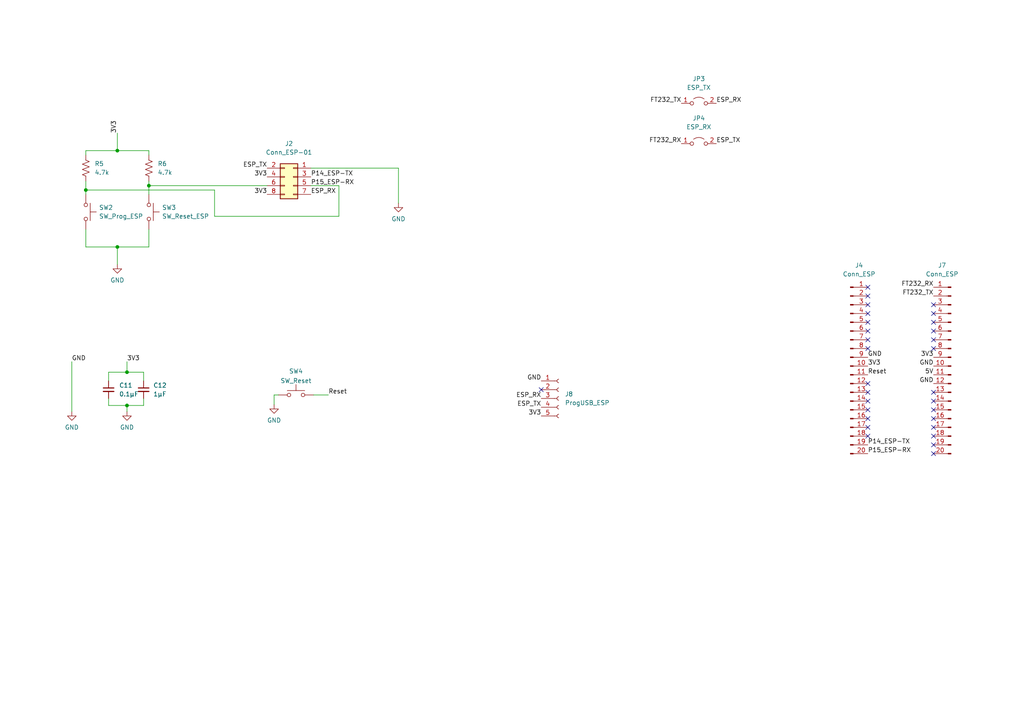
<source format=kicad_sch>
(kicad_sch (version 20211123) (generator eeschema)
  (paper "A4")
  (lib_symbols
    (symbol "Connector:Conn_01x05_Female" (pin_names (offset 1.016) hide)
      (property "Reference" "J" (at 0 7.62 0))
      (property "Value" "Conn_01x05_Female" (at 0 -7.62 0))
      (symbol "Conn_01x05_Female_1_1"
        (arc (start 0 -4.572) (mid -0.508 -5.08) (end 0 -5.588) (stroke (width 0.1524)))
        (arc (start 0 -2.032) (mid -0.508 -2.54) (end 0 -3.048) (stroke (width 0.1524)))
        (polyline (pts (xy -1.27 -5.08) (xy -0.508 -5.08)) (stroke (width 0.1524)))
        (polyline (pts (xy -1.27 -2.54) (xy -0.508 -2.54)) (stroke (width 0.1524)))
        (polyline (pts (xy -1.27 0) (xy -0.508 0)) (stroke (width 0.1524)))
        (polyline (pts (xy -1.27 2.54) (xy -0.508 2.54)) (stroke (width 0.1524)))
        (polyline (pts (xy -1.27 5.08) (xy -0.508 5.08)) (stroke (width 0.1524)))
        (arc (start 0 0.508) (mid -0.508 0) (end 0 -0.508) (stroke (width 0.1524)))
        (arc (start 0 3.048) (mid -0.508 2.54) (end 0 2.032) (stroke (width 0.1524)))
        (arc (start 0 5.588) (mid -0.508 5.08) (end 0 4.572) (stroke (width 0.1524)))
        (pin passive line (at -5.08 5.08 0) (length 3.81) (name "Pin_1") (number "1"))
        (pin passive line (at -5.08 2.54 0) (length 3.81) (name "Pin_2") (number "2"))
        (pin passive line (at -5.08 0 0) (length 3.81) (name "Pin_3") (number "3"))
        (pin passive line (at -5.08 -2.54 0) (length 3.81) (name "Pin_4") (number "4"))
        (pin passive line (at -5.08 -5.08 0) (length 3.81) (name "Pin_5") (number "5"))
      )
    )
    (symbol "Connector:Conn_01x20_Male" (pin_names (offset 1.016) hide)
      (property "Reference" "J" (at 0 25.4 0))
      (property "Value" "Conn_01x20_Male" (at 0 -27.94 0))
      (symbol "Conn_01x20_Male_1_1"
        (polyline (pts (xy 1.27 -25.4) (xy 0.8636 -25.4)) (stroke (width 0.1524)))
        (polyline (pts (xy 1.27 -22.86) (xy 0.8636 -22.86)) (stroke (width 0.1524)))
        (polyline (pts (xy 1.27 -20.32) (xy 0.8636 -20.32)) (stroke (width 0.1524)))
        (polyline (pts (xy 1.27 -17.78) (xy 0.8636 -17.78)) (stroke (width 0.1524)))
        (polyline (pts (xy 1.27 -15.24) (xy 0.8636 -15.24)) (stroke (width 0.1524)))
        (polyline (pts (xy 1.27 -12.7) (xy 0.8636 -12.7)) (stroke (width 0.1524)))
        (polyline (pts (xy 1.27 -10.16) (xy 0.8636 -10.16)) (stroke (width 0.1524)))
        (polyline (pts (xy 1.27 -7.62) (xy 0.8636 -7.62)) (stroke (width 0.1524)))
        (polyline (pts (xy 1.27 -5.08) (xy 0.8636 -5.08)) (stroke (width 0.1524)))
        (polyline (pts (xy 1.27 -2.54) (xy 0.8636 -2.54)) (stroke (width 0.1524)))
        (polyline (pts (xy 1.27 0) (xy 0.8636 0)) (stroke (width 0.1524)))
        (polyline (pts (xy 1.27 2.54) (xy 0.8636 2.54)) (stroke (width 0.1524)))
        (polyline (pts (xy 1.27 5.08) (xy 0.8636 5.08)) (stroke (width 0.1524)))
        (polyline (pts (xy 1.27 7.62) (xy 0.8636 7.62)) (stroke (width 0.1524)))
        (polyline (pts (xy 1.27 10.16) (xy 0.8636 10.16)) (stroke (width 0.1524)))
        (polyline (pts (xy 1.27 12.7) (xy 0.8636 12.7)) (stroke (width 0.1524)))
        (polyline (pts (xy 1.27 15.24) (xy 0.8636 15.24)) (stroke (width 0.1524)))
        (polyline (pts (xy 1.27 17.78) (xy 0.8636 17.78)) (stroke (width 0.1524)))
        (polyline (pts (xy 1.27 20.32) (xy 0.8636 20.32)) (stroke (width 0.1524)))
        (polyline (pts (xy 1.27 22.86) (xy 0.8636 22.86)) (stroke (width 0.1524)))
        (rectangle (start 0.8636 -25.273) (end 0 -25.527) (stroke (width 0.1524)) (fill (type outline)))
        (rectangle (start 0.8636 -22.733) (end 0 -22.987) (stroke (width 0.1524)) (fill (type outline)))
        (rectangle (start 0.8636 -20.193) (end 0 -20.447) (stroke (width 0.1524)) (fill (type outline)))
        (rectangle (start 0.8636 -17.653) (end 0 -17.907) (stroke (width 0.1524)) (fill (type outline)))
        (rectangle (start 0.8636 -15.113) (end 0 -15.367) (stroke (width 0.1524)) (fill (type outline)))
        (rectangle (start 0.8636 -12.573) (end 0 -12.827) (stroke (width 0.1524)) (fill (type outline)))
        (rectangle (start 0.8636 -10.033) (end 0 -10.287) (stroke (width 0.1524)) (fill (type outline)))
        (rectangle (start 0.8636 -7.493) (end 0 -7.747) (stroke (width 0.1524)) (fill (type outline)))
        (rectangle (start 0.8636 -4.953) (end 0 -5.207) (stroke (width 0.1524)) (fill (type outline)))
        (rectangle (start 0.8636 -2.413) (end 0 -2.667) (stroke (width 0.1524)) (fill (type outline)))
        (rectangle (start 0.8636 0.127) (end 0 -0.127) (stroke (width 0.1524)) (fill (type outline)))
        (rectangle (start 0.8636 2.667) (end 0 2.413) (stroke (width 0.1524)) (fill (type outline)))
        (rectangle (start 0.8636 5.207) (end 0 4.953) (stroke (width 0.1524)) (fill (type outline)))
        (rectangle (start 0.8636 7.747) (end 0 7.493) (stroke (width 0.1524)) (fill (type outline)))
        (rectangle (start 0.8636 10.287) (end 0 10.033) (stroke (width 0.1524)) (fill (type outline)))
        (rectangle (start 0.8636 12.827) (end 0 12.573) (stroke (width 0.1524)) (fill (type outline)))
        (rectangle (start 0.8636 15.367) (end 0 15.113) (stroke (width 0.1524)) (fill (type outline)))
        (rectangle (start 0.8636 17.907) (end 0 17.653) (stroke (width 0.1524)) (fill (type outline)))
        (rectangle (start 0.8636 20.447) (end 0 20.193) (stroke (width 0.1524)) (fill (type outline)))
        (rectangle (start 0.8636 22.987) (end 0 22.733) (stroke (width 0.1524)) (fill (type outline)))
        (pin passive line (at 5.08 22.86 180) (length 3.81) (name "Pin_1") (number "1"))
        (pin passive line (at 5.08 0 180) (length 3.81) (name "Pin_10") (number "10"))
        (pin passive line (at 5.08 -2.54 180) (length 3.81) (name "Pin_11") (number "11"))
        (pin passive line (at 5.08 -5.08 180) (length 3.81) (name "Pin_12") (number "12"))
        (pin passive line (at 5.08 -7.62 180) (length 3.81) (name "Pin_13") (number "13"))
        (pin passive line (at 5.08 -10.16 180) (length 3.81) (name "Pin_14") (number "14"))
        (pin passive line (at 5.08 -12.7 180) (length 3.81) (name "Pin_15") (number "15"))
        (pin passive line (at 5.08 -15.24 180) (length 3.81) (name "Pin_16") (number "16"))
        (pin passive line (at 5.08 -17.78 180) (length 3.81) (name "Pin_17") (number "17"))
        (pin passive line (at 5.08 -20.32 180) (length 3.81) (name "Pin_18") (number "18"))
        (pin passive line (at 5.08 -22.86 180) (length 3.81) (name "Pin_19") (number "19"))
        (pin passive line (at 5.08 20.32 180) (length 3.81) (name "Pin_2") (number "2"))
        (pin passive line (at 5.08 -25.4 180) (length 3.81) (name "Pin_20") (number "20"))
        (pin passive line (at 5.08 17.78 180) (length 3.81) (name "Pin_3") (number "3"))
        (pin passive line (at 5.08 15.24 180) (length 3.81) (name "Pin_4") (number "4"))
        (pin passive line (at 5.08 12.7 180) (length 3.81) (name "Pin_5") (number "5"))
        (pin passive line (at 5.08 10.16 180) (length 3.81) (name "Pin_6") (number "6"))
        (pin passive line (at 5.08 7.62 180) (length 3.81) (name "Pin_7") (number "7"))
        (pin passive line (at 5.08 5.08 180) (length 3.81) (name "Pin_8") (number "8"))
        (pin passive line (at 5.08 2.54 180) (length 3.81) (name "Pin_9") (number "9"))
      )
    )
    (symbol "Connector_Generic:Conn_02x04_Odd_Even" (pin_names (offset 1.016) hide)
      (property "Reference" "J" (at 1.27 5.08 0))
      (property "Value" "Conn_02x04_Odd_Even" (at 1.27 -7.62 0))
      (symbol "Conn_02x04_Odd_Even_1_1"
        (rectangle (start -1.27 -4.953) (end 0 -5.207) (stroke (width 0.1524)))
        (rectangle (start -1.27 -2.413) (end 0 -2.667) (stroke (width 0.1524)))
        (rectangle (start -1.27 0.127) (end 0 -0.127) (stroke (width 0.1524)))
        (rectangle (start -1.27 2.667) (end 0 2.413) (stroke (width 0.1524)))
        (rectangle (start -1.27 3.81) (end 3.81 -6.35) (stroke (width 0.254)) (fill (type background)))
        (rectangle (start 3.81 -4.953) (end 2.54 -5.207) (stroke (width 0.1524)))
        (rectangle (start 3.81 -2.413) (end 2.54 -2.667) (stroke (width 0.1524)))
        (rectangle (start 3.81 0.127) (end 2.54 -0.127) (stroke (width 0.1524)))
        (rectangle (start 3.81 2.667) (end 2.54 2.413) (stroke (width 0.1524)))
        (pin passive line (at -5.08 2.54 0) (length 3.81) (name "Pin_1") (number "1"))
        (pin passive line (at 7.62 2.54 180) (length 3.81) (name "Pin_2") (number "2"))
        (pin passive line (at -5.08 0 0) (length 3.81) (name "Pin_3") (number "3"))
        (pin passive line (at 7.62 0 180) (length 3.81) (name "Pin_4") (number "4"))
        (pin passive line (at -5.08 -2.54 0) (length 3.81) (name "Pin_5") (number "5"))
        (pin passive line (at 7.62 -2.54 180) (length 3.81) (name "Pin_6") (number "6"))
        (pin passive line (at -5.08 -5.08 0) (length 3.81) (name "Pin_7") (number "7"))
        (pin passive line (at 7.62 -5.08 180) (length 3.81) (name "Pin_8") (number "8"))
      )
    )
    (symbol "Device:C_Small" (pin_numbers hide) (pin_names (offset 0.254) hide)
      (property "Reference" "C" (at 0.254 1.778 0))
      (property "Value" "C_Small" (at 0.254 -2.032 0))
      (symbol "C_Small_0_1"
        (polyline (pts (xy -1.524 -0.508) (xy 1.524 -0.508)) (stroke (width 0.3302)))
        (polyline (pts (xy -1.524 0.508) (xy 1.524 0.508)) (stroke (width 0.3048)))
      )
      (symbol "C_Small_1_1"
        (pin passive line (at 0 2.54 270) (length 2.032) (name "~") (number "1"))
        (pin passive line (at 0 -2.54 90) (length 2.032) (name "~") (number "2"))
      )
    )
    (symbol "Device:R_US" (pin_numbers hide) (pin_names (offset 0))
      (property "Reference" "R" (at 2.54 0 90))
      (property "Value" "R_US" (at -2.54 0 90))
      (symbol "R_US_0_1"
        (polyline (pts (xy 0 -2.286) (xy 0 -2.54)))
        (polyline (pts (xy 0 2.286) (xy 0 2.54)))
        (polyline (pts (xy 0 -0.762) (xy 1.016 -1.143) (xy 0 -1.524) (xy -1.016 -1.905) (xy 0 -2.286)))
        (polyline (pts (xy 0 0.762) (xy 1.016 0.381) (xy 0 0) (xy -1.016 -0.381) (xy 0 -0.762)))
        (polyline (pts (xy 0 2.286) (xy 1.016 1.905) (xy 0 1.524) (xy -1.016 1.143) (xy 0 0.762)))
      )
      (symbol "R_US_1_1"
        (pin passive line (at 0 3.81 270) (length 1.27) (name "~") (number "1"))
        (pin passive line (at 0 -3.81 90) (length 1.27) (name "~") (number "2"))
      )
    )
    (symbol "Jumper:Jumper_2_Open" (pin_names (offset 0) hide)
      (property "Reference" "JP" (at 0 2.794 0))
      (property "Value" "Jumper_2_Open" (at 0 -2.286 0))
      (symbol "Jumper_2_Open_0_0"
        (circle (center -2.032 0) (radius 0.508))
        (circle (center 2.032 0) (radius 0.508))
      )
      (symbol "Jumper_2_Open_0_1"
        (arc (start 1.524 1.27) (mid 0 1.778) (end -1.524 1.27))
      )
      (symbol "Jumper_2_Open_1_1"
        (pin passive line (at -5.08 0 0) (length 2.54) (name "A") (number "1"))
        (pin passive line (at 5.08 0 180) (length 2.54) (name "B") (number "2"))
      )
    )
    (symbol "Switch:SW_Push" (pin_numbers hide) (pin_names (offset 1.016) hide)
      (property "Reference" "SW" (at 1.27 2.54 0))
      (property "Value" "SW_Push" (at 0 -1.524 0))
      (symbol "SW_Push_0_1"
        (circle (center -2.032 0) (radius 0.508))
        (polyline (pts (xy 0 1.27) (xy 0 3.048)))
        (polyline (pts (xy 2.54 1.27) (xy -2.54 1.27)))
        (circle (center 2.032 0) (radius 0.508))
        (pin passive line (at -5.08 0 0) (length 2.54) (name "1") (number "1"))
        (pin passive line (at 5.08 0 180) (length 2.54) (name "2") (number "2"))
      )
    )
    (symbol "power:GND" (power) (pin_names (offset 0))
      (property "Value" "GND" (at 0 -3.81 0))
      (symbol "GND_0_1"
        (polyline (pts (xy 0 0) (xy 0 -1.27) (xy 1.27 -1.27) (xy 0 -2.54) (xy -1.27 -1.27) (xy 0 -1.27)))
      )
      (symbol "GND_1_1"
        (pin power_in line (at 0 0 270) (length 0) hide (name "GND") (number "1"))
      )
    )
  )
  (junction (at 24.892 55.118))
  (junction (at 34.036 71.628))
  (junction (at 34.036 43.688))
  (junction (at 36.83 107.95))
  (junction (at 36.83 117.602))
  (junction (at 43.18 53.848))
  (no_connect (at 270.764 126.492))
  (no_connect (at 251.714 90.932))
  (no_connect (at 251.714 88.392))
  (no_connect (at 251.714 93.472))
  (no_connect (at 270.764 96.012))
  (no_connect (at 251.714 85.852))
  (no_connect (at 270.764 98.552))
  (no_connect (at 270.764 123.952))
  (no_connect (at 270.764 101.092))
  (no_connect (at 251.714 118.872))
  (no_connect (at 251.714 116.332))
  (no_connect (at 251.714 121.412))
  (no_connect (at 251.714 123.952))
  (no_connect (at 251.714 126.492))
  (no_connect (at 270.764 129.032))
  (no_connect (at 270.764 131.572))
  (no_connect (at 251.714 111.252))
  (no_connect (at 251.714 113.792))
  (no_connect (at 251.714 98.552))
  (no_connect (at 251.714 83.312))
  (no_connect (at 270.764 116.332))
  (no_connect (at 251.714 96.012))
  (no_connect (at 270.764 113.792))
  (no_connect (at 270.764 93.472))
  (no_connect (at 270.764 88.392))
  (no_connect (at 270.764 90.932))
  (no_connect (at 270.764 121.412))
  (no_connect (at 156.972 113.03))
  (no_connect (at 270.764 118.872))
  (no_connect (at 251.714 101.092))
  (wire (pts (xy 34.036 43.688) (xy 24.892 43.688)))
  (wire (pts (xy 115.57 48.768) (xy 115.57 58.928)))
  (wire (pts (xy 34.036 71.628) (xy 43.18 71.628)))
  (wire (pts (xy 20.828 104.902) (xy 20.828 119.38)))
  (wire (pts (xy 90.17 53.848) (xy 98.298 53.848)))
  (wire (pts (xy 31.496 107.95) (xy 36.83 107.95)))
  (wire (pts (xy 41.656 115.57) (xy 41.656 117.602)))
  (wire (pts (xy 43.18 52.578) (xy 43.18 53.848)))
  (wire (pts (xy 62.23 62.738) (xy 98.298 62.738)))
  (wire (pts (xy 79.502 114.554) (xy 79.502 117.348)))
  (wire (pts (xy 24.892 52.578) (xy 24.892 55.118)))
  (wire (pts (xy 98.298 62.738) (xy 98.298 53.848)))
  (wire (pts (xy 24.892 71.628) (xy 24.892 66.548)))
  (wire (pts (xy 34.036 71.628) (xy 34.036 76.708)))
  (wire (pts (xy 36.83 117.602) (xy 36.83 119.38)))
  (wire (pts (xy 62.23 55.118) (xy 62.23 62.738)))
  (wire (pts (xy 36.83 117.602) (xy 41.656 117.602)))
  (wire (pts (xy 43.18 43.688) (xy 43.18 44.958)))
  (wire (pts (xy 31.496 117.602) (xy 36.83 117.602)))
  (wire (pts (xy 90.17 48.768) (xy 115.57 48.768)))
  (wire (pts (xy 34.036 71.628) (xy 24.892 71.628)))
  (wire (pts (xy 43.18 53.848) (xy 43.18 56.388)))
  (wire (pts (xy 34.036 43.688) (xy 43.18 43.688)))
  (wire (pts (xy 90.932 114.554) (xy 95.25 114.554)))
  (wire (pts (xy 80.772 114.554) (xy 79.502 114.554)))
  (wire (pts (xy 31.496 107.95) (xy 31.496 110.49)))
  (wire (pts (xy 43.18 53.848) (xy 77.47 53.848)))
  (wire (pts (xy 24.892 55.118) (xy 62.23 55.118)))
  (wire (pts (xy 36.83 104.902) (xy 36.83 107.95)))
  (wire (pts (xy 24.892 43.688) (xy 24.892 44.958)))
  (wire (pts (xy 41.656 107.95) (xy 41.656 110.49)))
  (wire (pts (xy 34.036 38.608) (xy 34.036 43.688)))
  (wire (pts (xy 31.496 115.57) (xy 31.496 117.602)))
  (wire (pts (xy 36.83 107.95) (xy 41.656 107.95)))
  (wire (pts (xy 24.892 55.118) (xy 24.892 56.388)))
  (wire (pts (xy 43.18 71.628) (xy 43.18 66.548)))
  (label "GND" (at 156.972 110.49 180))
  (label "FT232_RX" (at 270.764 83.312 180))
  (label "ESP_TX" (at 156.972 118.11 180))
  (label "FT232_TX" (at 197.612 29.972 180))
  (label "FT232_TX" (at 270.764 85.852 180))
  (label "3V3" (at 36.83 104.902 0))
  (label "Reset" (at 251.714 108.712 0))
  (label "P15_ESP-RX" (at 251.714 131.572 0))
  (label "3V3" (at 77.47 56.388 180))
  (label "P15_ESP-RX" (at 90.17 53.848 0))
  (label "3V3" (at 251.714 106.172 0))
  (label "3V3" (at 156.972 120.65 180))
  (label "ESP_RX" (at 156.972 115.57 180))
  (label "P14_ESP-TX" (at 90.17 51.308 0))
  (label "ESP_RX" (at 90.17 56.388 0))
  (label "Reset" (at 95.25 114.554 0))
  (label "3V3" (at 34.036 38.608 90))
  (label "5V" (at 270.764 108.712 180))
  (label "3V3" (at 77.47 51.308 180))
  (label "ESP_TX" (at 77.47 48.768 180))
  (label "ESP_TX" (at 207.772 41.656 0))
  (label "GND" (at 20.828 104.902 0))
  (label "GND" (at 270.764 106.172 180))
  (label "3V3" (at 270.764 103.632 180))
  (label "GND" (at 270.764 111.252 180))
  (label "GND" (at 251.714 103.632 0))
  (label "FT232_RX" (at 197.612 41.656 180))
  (label "ESP_RX" (at 207.772 29.972 0))
  (label "P14_ESP-TX" (at 251.714 129.032 0))
  (symbol (lib_id "power:GND") (at 36.83 119.38 0) (unit 1)
    (property "Reference" "#PWR0122" (effects hide))
    (property "Value" "GND" (at 36.83 123.9425 0))
  )
  (symbol (lib_id "power:GND") (at 34.036 76.708 0) (unit 1)
    (property "Reference" "#PWR0115" (effects hide))
    (property "Value" "GND" (at 34.036 81.2705 0))
  )
  (symbol (lib_id "Switch:SW_Push") (at 85.852 114.554 0) (unit 1)
    (property "Reference" "SW4" (at 85.852 107.6665 0))
    (property "Value" "SW_Reset" (at 85.852 110.4416 0))
    (property "Footprint" "Button_Switch_SMD:SW_SPST_CK_RS282G05A3" (effects hide))
  )
  (symbol (lib_id "power:GND") (at 115.57 58.928 0) (unit 1)
    (property "Reference" "#PWR0114" (effects hide))
    (property "Value" "GND" (at 115.57 63.5 0))
  )
  (symbol (lib_id "Device:R_US") (at 43.18 48.768 0) (unit 1)
    (property "Reference" "R6" (at 45.72 47.4979 0) (effects (justify left)))
    (property "Value" "4.7k" (at 45.72 50.0379 0) (effects (justify left)))
    (property "Footprint" "Resistor_SMD:R_0805_2012Metric_Pad1.20x1.40mm_HandSolder" (effects hide))
  )
  (symbol (lib_id "Jumper:Jumper_2_Open") (at 202.692 29.972 0) (unit 1)
    (property "Reference" "JP3" (at 202.692 22.86 0))
    (property "Value" "ESP_TX" (at 202.692 25.4 0))
    (property "Footprint" "Connector_PinHeader_2.54mm:PinHeader_1x02_P2.54mm_Vertical" (effects hide))
  )
  (symbol (lib_id "Connector:Conn_01x20_Male") (at 246.634 106.172 0) (unit 1)
    (property "Reference" "J4" (at 249.174 76.962 0))
    (property "Value" "Conn_ESP" (at 249.174 79.502 0))
    (property "Footprint" "Connector_PinSocket_2.54mm:PinSocket_1x20_P2.54mm_Vertical" (effects hide))
  )
  (symbol (lib_id "Connector_Generic:Conn_02x04_Odd_Even") (at 85.09 51.308 0) (mirror y) (unit 1)
    (property "Reference" "J2" (at 83.82 41.656 0))
    (property "Value" "Conn_ESP-01" (at 83.82 44.196 0))
    (property "Footprint" "Connector_PinSocket_2.54mm:PinSocket_2x04_P2.54mm_Vertical" (effects hide))
  )
  (symbol (lib_id "Connector:Conn_01x05_Female") (at 162.052 115.57 0) (unit 1)
    (property "Reference" "J8" (at 163.83 114.2999 0) (effects (justify left)))
    (property "Value" "ProgUSB_ESP" (at 163.83 116.8399 0) (effects (justify left)))
    (property "Footprint" "Connector_PinSocket_2.54mm:PinSocket_1x05_P2.54mm_Vertical" (effects hide))
  )
  (symbol (lib_id "Switch:SW_Push") (at 43.18 61.468 270) (unit 1)
    (property "Reference" "SW3" (at 46.99 60.1979 90) (effects (justify left)))
    (property "Value" "SW_Reset_ESP" (at 46.99 62.7379 90) (effects (justify left)))
    (property "Footprint" "Button_Switch_SMD:SW_SPST_CK_RS282G05A3" (effects hide))
  )
  (symbol (lib_id "Device:R_US") (at 24.892 48.768 0) (unit 1)
    (property "Reference" "R5" (at 27.432 47.4979 0) (effects (justify left)))
    (property "Value" "4.7k" (at 27.432 50.0379 0) (effects (justify left)))
    (property "Footprint" "Resistor_SMD:R_0805_2012Metric_Pad1.20x1.40mm_HandSolder" (effects hide))
  )
  (symbol (lib_id "power:GND") (at 20.828 119.38 0) (unit 1)
    (property "Reference" "#PWR0120" (effects hide))
    (property "Value" "GND" (at 20.828 123.9425 0))
  )
  (symbol (lib_id "Device:C_Small") (at 41.656 113.03 0) (unit 1)
    (property "Reference" "C12" (at 44.45 111.7662 0) (effects (justify left)))
    (property "Value" "1µF" (at 44.45 114.3062 0) (effects (justify left)))
    (property "Footprint" "Capacitor_SMD:C_0805_2012Metric_Pad1.18x1.45mm_HandSolder" (effects hide))
  )
  (symbol (lib_id "Jumper:Jumper_2_Open") (at 202.692 41.656 0) (unit 1)
    (property "Reference" "JP4" (at 202.692 34.29 0))
    (property "Value" "ESP_RX" (at 202.692 36.83 0))
    (property "Footprint" "Connector_PinHeader_2.54mm:PinHeader_1x02_P2.54mm_Vertical" (effects hide))
  )
  (symbol (lib_id "Switch:SW_Push") (at 24.892 61.468 270) (unit 1)
    (property "Reference" "SW2" (at 28.702 60.1979 90) (effects (justify left)))
    (property "Value" "SW_Prog_ESP" (at 28.702 62.7379 90) (effects (justify left)))
    (property "Footprint" "Button_Switch_SMD:SW_SPST_CK_RS282G05A3" (effects hide))
  )
  (symbol (lib_id "Device:C_Small") (at 31.496 113.03 0) (unit 1)
    (property "Reference" "C11" (at 34.544 111.7662 0) (effects (justify left)))
    (property "Value" "0.1µF" (at 34.544 114.3062 0) (effects (justify left)))
    (property "Footprint" "Capacitor_SMD:C_0805_2012Metric_Pad1.18x1.45mm_HandSolder" (effects hide))
  )
  (symbol (lib_id "Connector:Conn_01x20_Male") (at 275.844 106.172 0) (mirror y) (unit 1)
    (property "Reference" "J7" (at 272.034 76.962 0) (effects (justify right)))
    (property "Value" "Conn_ESP" (at 268.478 79.502 0) (effects (justify right)))
    (property "Footprint" "Connector_PinHeader_2.54mm:PinHeader_1x20_P2.54mm_Vertical" (effects hide))
  )
  (symbol (lib_id "power:GND") (at 79.502 117.348 0) (unit 1)
    (property "Reference" "#PWR0121" (effects hide))
    (property "Value" "GND" (at 79.502 121.9105 0))
  )
)
</source>
